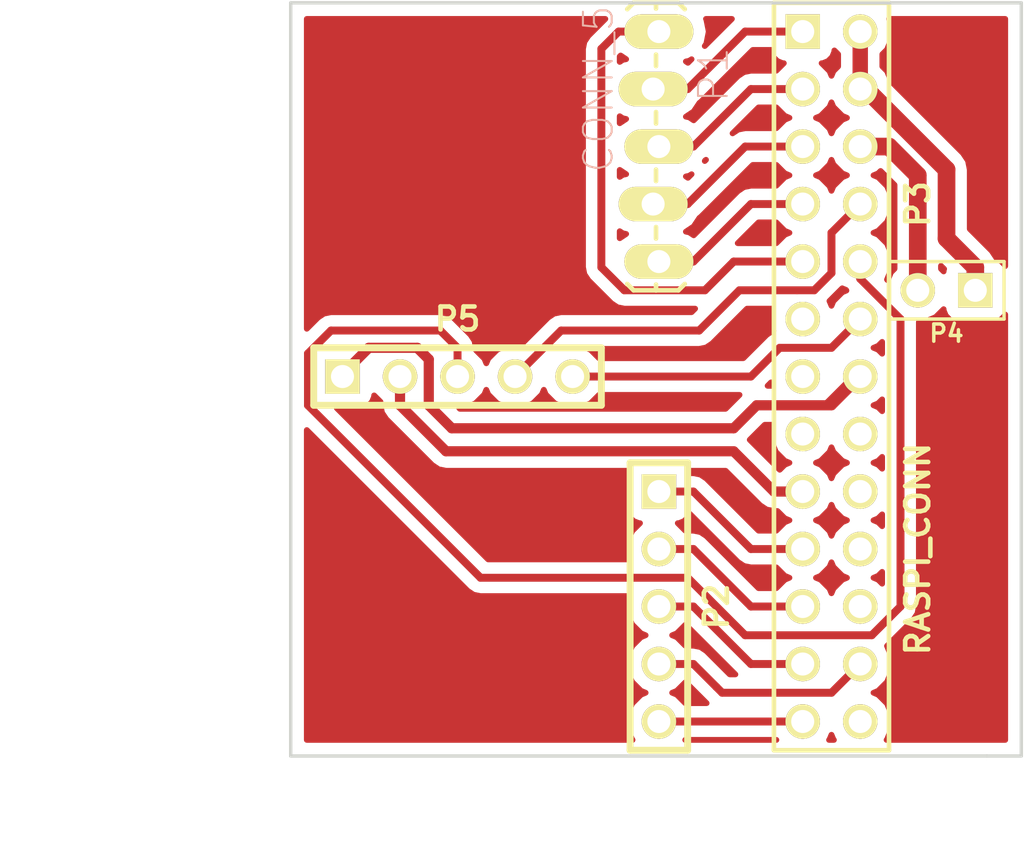
<source format=kicad_pcb>
(kicad_pcb (version 3) (host pcbnew "(2013-mar-13)-testing")

  (general
    (links 18)
    (no_connects 0)
    (area 0 0 0 0)
    (thickness 1.6)
    (drawings 8)
    (tracks 91)
    (zones 0)
    (modules 5)
    (nets 26)
  )

  (page A4)
  (layers
    (15 F.Cu signal)
    (0 B.Cu signal)
    (16 B.Adhes user)
    (17 F.Adhes user)
    (18 B.Paste user)
    (19 F.Paste user)
    (20 B.SilkS user)
    (21 F.SilkS user)
    (22 B.Mask user)
    (23 F.Mask user)
    (24 Dwgs.User user)
    (25 Cmts.User user)
    (26 Eco1.User user)
    (27 Eco2.User user)
    (28 Edge.Cuts user)
  )

  (setup
    (last_trace_width 0.45)
    (user_trace_width 0.35)
    (user_trace_width 0.45)
    (user_trace_width 0.68)
    (user_trace_width 0.78)
    (trace_clearance 0.254)
    (zone_clearance 0.508)
    (zone_45_only yes)
    (trace_min 0.254)
    (segment_width 0.2)
    (edge_width 0.15)
    (via_size 0.889)
    (via_drill 0.635)
    (via_min_size 0.889)
    (via_min_drill 0.508)
    (uvia_size 0.508)
    (uvia_drill 0.127)
    (uvias_allowed no)
    (uvia_min_size 0.508)
    (uvia_min_drill 0.127)
    (pcb_text_width 0.3)
    (pcb_text_size 1 1)
    (mod_edge_width 0.15)
    (mod_text_size 1 1)
    (mod_text_width 0.15)
    (pad_size 1 1)
    (pad_drill 0.6)
    (pad_to_mask_clearance 0)
    (aux_axis_origin 166.624 120.904)
    (visible_elements FFFFFF7F)
    (pcbplotparams
      (layerselection 3178497)
      (usegerberextensions true)
      (excludeedgelayer true)
      (linewidth 0.150000)
      (plotframeref false)
      (viasonmask false)
      (mode 1)
      (useauxorigin false)
      (hpglpennumber 1)
      (hpglpenspeed 20)
      (hpglpendiameter 15)
      (hpglpenoverlay 2)
      (psnegative false)
      (psa4output false)
      (plotreference true)
      (plotvalue true)
      (plotothertext true)
      (plotinvisibletext false)
      (padsonsilk false)
      (subtractmaskfromsilk false)
      (outputformat 1)
      (mirror false)
      (drillshape 1)
      (scaleselection 1)
      (outputdirectory ""))
  )

  (net 0 "")
  (net 1 N-000001)
  (net 2 N-0000010)
  (net 3 N-0000011)
  (net 4 N-0000012)
  (net 5 N-0000013)
  (net 6 N-0000014)
  (net 7 N-0000015)
  (net 8 N-0000016)
  (net 9 N-0000017)
  (net 10 N-0000018)
  (net 11 N-0000019)
  (net 12 N-000002)
  (net 13 N-0000020)
  (net 14 N-0000021)
  (net 15 N-0000022)
  (net 16 N-0000023)
  (net 17 N-0000024)
  (net 18 N-0000025)
  (net 19 N-000003)
  (net 20 N-000004)
  (net 21 N-000005)
  (net 22 N-000006)
  (net 23 N-000007)
  (net 24 N-000008)
  (net 25 N-000009)

  (net_class Default "This is the default net class."
    (clearance 0.254)
    (trace_width 0.254)
    (via_dia 0.889)
    (via_drill 0.635)
    (uvia_dia 0.508)
    (uvia_drill 0.127)
    (add_net "")
    (add_net N-000001)
    (add_net N-0000010)
    (add_net N-0000011)
    (add_net N-0000012)
    (add_net N-0000013)
    (add_net N-0000014)
    (add_net N-0000015)
    (add_net N-0000016)
    (add_net N-0000017)
    (add_net N-0000018)
    (add_net N-0000019)
    (add_net N-000002)
    (add_net N-0000020)
    (add_net N-0000021)
    (add_net N-0000022)
    (add_net N-0000023)
    (add_net N-0000024)
    (add_net N-0000025)
    (add_net N-000003)
    (add_net N-000004)
    (add_net N-000005)
    (add_net N-000006)
    (add_net N-000007)
    (add_net N-000008)
    (add_net N-000009)
  )

  (module SparkFun-1X05_LOCK_LONGPADS (layer F.Cu) (tedit 200000) (tstamp 5293C920)
    (at 182.88 88.9 270)
    (descr "THIS FOOTPRINT WAS DESIGNED TO HELP HOLD THE ALIGNMENT OF A THROUGH-HOLE COMPONENT (I.E.  6-PIN HEADER) WHILE SOLDERING IT INTO PLACE.")
    (tags "THIS FOOTPRINT WAS DESIGNED TO HELP HOLD THE ALIGNMENT OF A THROUGH-HOLE COMPONENT (I.E.  6-PIN HEADER) WHILE SOLDERING IT INTO PLACE.")
    (path /5293C3D9)
    (attr virtual)
    (fp_text reference P1 (at 1.905 -2.413 270) (layer B.SilkS)
      (effects (font (size 1.27 1.27) (thickness 0.0889)))
    )
    (fp_text value CONN_5 (at 2.54 2.667 270) (layer B.SilkS)
      (effects (font (size 1.27 1.27) (thickness 0.0889)))
    )
    (fp_line (start -0.2921 0.4191) (end 0.2921 0.4191) (layer F.SilkS) (width 0.06604))
    (fp_line (start 0.2921 0.4191) (end 0.2921 -0.1651) (layer F.SilkS) (width 0.06604))
    (fp_line (start -0.2921 -0.1651) (end 0.2921 -0.1651) (layer F.SilkS) (width 0.06604))
    (fp_line (start -0.2921 0.4191) (end -0.2921 -0.1651) (layer F.SilkS) (width 0.06604))
    (fp_line (start 2.2479 0.4191) (end 2.8321 0.4191) (layer F.SilkS) (width 0.06604))
    (fp_line (start 2.8321 0.4191) (end 2.8321 -0.1651) (layer F.SilkS) (width 0.06604))
    (fp_line (start 2.2479 -0.1651) (end 2.8321 -0.1651) (layer F.SilkS) (width 0.06604))
    (fp_line (start 2.2479 0.4191) (end 2.2479 -0.1651) (layer F.SilkS) (width 0.06604))
    (fp_line (start 4.7879 0.4191) (end 5.3721 0.4191) (layer F.SilkS) (width 0.06604))
    (fp_line (start 5.3721 0.4191) (end 5.3721 -0.1651) (layer F.SilkS) (width 0.06604))
    (fp_line (start 4.7879 -0.1651) (end 5.3721 -0.1651) (layer F.SilkS) (width 0.06604))
    (fp_line (start 4.7879 0.4191) (end 4.7879 -0.1651) (layer F.SilkS) (width 0.06604))
    (fp_line (start 7.3279 0.4191) (end 7.9121 0.4191) (layer F.SilkS) (width 0.06604))
    (fp_line (start 7.9121 0.4191) (end 7.9121 -0.1651) (layer F.SilkS) (width 0.06604))
    (fp_line (start 7.3279 -0.1651) (end 7.9121 -0.1651) (layer F.SilkS) (width 0.06604))
    (fp_line (start 7.3279 0.4191) (end 7.3279 -0.1651) (layer F.SilkS) (width 0.06604))
    (fp_line (start 9.8679 0.4191) (end 10.4521 0.4191) (layer F.SilkS) (width 0.06604))
    (fp_line (start 10.4521 0.4191) (end 10.4521 -0.1651) (layer F.SilkS) (width 0.06604))
    (fp_line (start 9.8679 -0.1651) (end 10.4521 -0.1651) (layer F.SilkS) (width 0.06604))
    (fp_line (start 9.8679 0.4191) (end 9.8679 -0.1651) (layer F.SilkS) (width 0.06604))
    (fp_line (start 1.524 0.127) (end 1.016 0.127) (layer F.SilkS) (width 0.2032))
    (fp_line (start 4.064 0.127) (end 3.556 0.127) (layer F.SilkS) (width 0.2032))
    (fp_line (start 6.604 0.127) (end 6.096 0.127) (layer F.SilkS) (width 0.2032))
    (fp_line (start 9.144 0.127) (end 8.636 0.127) (layer F.SilkS) (width 0.2032))
    (fp_line (start -1.27 0.127) (end -1.016 0.127) (layer F.SilkS) (width 0.2032))
    (fp_line (start -1.27 0.127) (end -1.27 -0.8636) (layer F.SilkS) (width 0.2032))
    (fp_line (start -1.27 -0.8636) (end -0.9906 -1.143) (layer F.SilkS) (width 0.2032))
    (fp_line (start -1.27 0.127) (end -1.27 1.1176) (layer F.SilkS) (width 0.2032))
    (fp_line (start -1.27 1.1176) (end -0.9906 1.397) (layer F.SilkS) (width 0.2032))
    (fp_line (start 11.43 0.127) (end 11.176 0.127) (layer F.SilkS) (width 0.2032))
    (fp_line (start 11.43 0.127) (end 11.43 1.1176) (layer F.SilkS) (width 0.2032))
    (fp_line (start 11.43 1.1176) (end 11.1506 1.397) (layer F.SilkS) (width 0.2032))
    (fp_line (start 11.43 0.127) (end 11.43 -0.8636) (layer F.SilkS) (width 0.2032))
    (fp_line (start 11.43 -0.8636) (end 11.1506 -1.143) (layer F.SilkS) (width 0.2032))
    (pad 1 thru_hole oval (at 0 0 270) (size 1.524 3.048) (drill 1.016)
      (layers *.Cu F.Paste F.SilkS F.Mask)
      (net 20 N-000004)
    )
    (pad 2 thru_hole oval (at 2.54 0.254 270) (size 1.524 3.048) (drill 1.016)
      (layers *.Cu F.Paste F.SilkS F.Mask)
      (net 24 N-000008)
    )
    (pad 3 thru_hole oval (at 5.08 0 270) (size 1.524 3.048) (drill 1.016)
      (layers *.Cu F.Paste F.SilkS F.Mask)
      (net 23 N-000007)
    )
    (pad 4 thru_hole oval (at 7.62 0.254 270) (size 1.524 3.048) (drill 1.016)
      (layers *.Cu F.Paste F.SilkS F.Mask)
      (net 22 N-000006)
    )
    (pad 5 thru_hole oval (at 10.16 0 270) (size 1.524 3.048) (drill 1.016)
      (layers *.Cu F.Paste F.SilkS F.Mask)
      (net 21 N-000005)
    )
  )

  (module PIN_ARRAY_5x1 (layer F.Cu) (tedit 45976D86) (tstamp 5293C92D)
    (at 182.88 114.3 270)
    (descr "Double rangee de contacts 2 x 5 pins")
    (tags CONN)
    (path /5293C671)
    (fp_text reference P2 (at 0 -2.54 270) (layer F.SilkS)
      (effects (font (size 1.016 1.016) (thickness 0.2032)))
    )
    (fp_text value CONN_5 (at 0 2.54 270) (layer F.SilkS) hide
      (effects (font (size 1.016 1.016) (thickness 0.2032)))
    )
    (fp_line (start -6.35 -1.27) (end -6.35 1.27) (layer F.SilkS) (width 0.3048))
    (fp_line (start 6.35 1.27) (end 6.35 -1.27) (layer F.SilkS) (width 0.3048))
    (fp_line (start -6.35 -1.27) (end 6.35 -1.27) (layer F.SilkS) (width 0.3048))
    (fp_line (start 6.35 1.27) (end -6.35 1.27) (layer F.SilkS) (width 0.3048))
    (pad 1 thru_hole rect (at -5.08 0 270) (size 1.524 1.524) (drill 1.016)
      (layers *.Cu *.Mask F.SilkS)
      (net 9 N-0000017)
    )
    (pad 2 thru_hole circle (at -2.54 0 270) (size 1.524 1.524) (drill 1.016)
      (layers *.Cu *.Mask F.SilkS)
      (net 8 N-0000016)
    )
    (pad 3 thru_hole circle (at 0 0 270) (size 1.524 1.524) (drill 1.016)
      (layers *.Cu *.Mask F.SilkS)
      (net 7 N-0000015)
    )
    (pad 4 thru_hole circle (at 2.54 0 270) (size 1.524 1.524) (drill 1.016)
      (layers *.Cu *.Mask F.SilkS)
      (net 6 N-0000014)
    )
    (pad 5 thru_hole circle (at 5.08 0 270) (size 1.524 1.524) (drill 1.016)
      (layers *.Cu *.Mask F.SilkS)
      (net 3 N-0000011)
    )
    (model pin_array/pins_array_5x1.wrl
      (at (xyz 0 0 0))
      (scale (xyz 1 1 1))
      (rotate (xyz 0 0 0))
    )
  )

  (module pin_array_13x2 (layer F.Cu) (tedit 5031D825) (tstamp 5293C94F)
    (at 190.5 104.14 270)
    (descr "2 x 13 pins connector")
    (tags CONN)
    (path /5293BE6B)
    (fp_text reference P3 (at -7.62 -3.81 270) (layer F.SilkS)
      (effects (font (size 1.016 1.016) (thickness 0.2032)))
    )
    (fp_text value RASPI_CONN (at 7.62 -3.81 270) (layer F.SilkS)
      (effects (font (size 1.016 1.016) (thickness 0.2032)))
    )
    (fp_line (start -16.51 2.54) (end 16.51 2.54) (layer F.SilkS) (width 0.2032))
    (fp_line (start 16.51 -2.54) (end -16.51 -2.54) (layer F.SilkS) (width 0.2032))
    (fp_line (start -16.51 -2.54) (end -16.51 2.54) (layer F.SilkS) (width 0.2032))
    (fp_line (start 16.51 2.54) (end 16.51 -2.54) (layer F.SilkS) (width 0.2032))
    (pad 1 thru_hole rect (at -15.24 1.27 270) (size 1.524 1.524) (drill 1.016)
      (layers *.Cu *.Mask F.SilkS)
      (net 24 N-000008)
    )
    (pad 2 thru_hole circle (at -15.24 -1.27 270) (size 1.524 1.524) (drill 1.016)
      (layers *.Cu *.Mask F.SilkS)
      (net 25 N-000009)
    )
    (pad 3 thru_hole circle (at -12.7 1.27 270) (size 1.524 1.524) (drill 1.016)
      (layers *.Cu *.Mask F.SilkS)
      (net 23 N-000007)
    )
    (pad 4 thru_hole circle (at -12.7 -1.27 270) (size 1.524 1.524) (drill 1.016)
      (layers *.Cu *.Mask F.SilkS)
      (net 25 N-000009)
    )
    (pad 5 thru_hole circle (at -10.16 1.27 270) (size 1.524 1.524) (drill 1.016)
      (layers *.Cu *.Mask F.SilkS)
      (net 22 N-000006)
    )
    (pad 6 thru_hole circle (at -10.16 -1.27 270) (size 1.524 1.524) (drill 1.016)
      (layers *.Cu *.Mask F.SilkS)
      (net 2 N-0000010)
    )
    (pad 7 thru_hole circle (at -7.62 1.27 270) (size 1.524 1.524) (drill 1.016)
      (layers *.Cu *.Mask F.SilkS)
      (net 21 N-000005)
    )
    (pad 8 thru_hole circle (at -7.62 -1.27 270) (size 1.524 1.524) (drill 1.016)
      (layers *.Cu *.Mask F.SilkS)
      (net 19 N-000003)
    )
    (pad 9 thru_hole circle (at -5.08 1.27 270) (size 1.524 1.524) (drill 1.016)
      (layers *.Cu *.Mask F.SilkS)
      (net 20 N-000004)
    )
    (pad 10 thru_hole circle (at -5.08 -1.27 270) (size 1.524 1.524) (drill 1.016)
      (layers *.Cu *.Mask F.SilkS)
      (net 12 N-000002)
    )
    (pad 11 thru_hole circle (at -2.54 1.27 270) (size 1.524 1.524) (drill 1.016)
      (layers *.Cu *.Mask F.SilkS)
      (net 13 N-0000020)
    )
    (pad 12 thru_hole circle (at -2.54 -1.27 270) (size 1.524 1.524) (drill 1.016)
      (layers *.Cu *.Mask F.SilkS)
      (net 1 N-000001)
    )
    (pad 13 thru_hole circle (at 0 1.27 270) (size 1.524 1.524) (drill 1.016)
      (layers *.Cu *.Mask F.SilkS)
      (net 10 N-0000018)
    )
    (pad 14 thru_hole circle (at 0 -1.27 270) (size 1.524 1.524) (drill 1.016)
      (layers *.Cu *.Mask F.SilkS)
      (net 5 N-0000013)
    )
    (pad 15 thru_hole circle (at 2.54 1.27 270) (size 1.524 1.524) (drill 1.016)
      (layers *.Cu *.Mask F.SilkS)
      (net 15 N-0000022)
    )
    (pad 16 thru_hole circle (at 2.54 -1.27 270) (size 1.524 1.524) (drill 1.016)
      (layers *.Cu *.Mask F.SilkS)
      (net 18 N-0000025)
    )
    (pad 17 thru_hole circle (at 5.08 1.27 270) (size 1.524 1.524) (drill 1.016)
      (layers *.Cu *.Mask F.SilkS)
      (net 4 N-0000012)
    )
    (pad 18 thru_hole circle (at 5.08 -1.27 270) (size 1.524 1.524) (drill 1.016)
      (layers *.Cu *.Mask F.SilkS)
      (net 16 N-0000023)
    )
    (pad 19 thru_hole circle (at 7.62 1.27 270) (size 1.524 1.524) (drill 1.016)
      (layers *.Cu *.Mask F.SilkS)
      (net 9 N-0000017)
    )
    (pad 20 thru_hole circle (at 7.62 -1.27 270) (size 1.524 1.524) (drill 1.016)
      (layers *.Cu *.Mask F.SilkS)
      (net 14 N-0000021)
    )
    (pad 21 thru_hole circle (at 10.16 1.27 270) (size 1.524 1.524) (drill 1.016)
      (layers *.Cu *.Mask F.SilkS)
      (net 8 N-0000016)
    )
    (pad 22 thru_hole circle (at 10.16 -1.27 270) (size 1.524 1.524) (drill 1.016)
      (layers *.Cu *.Mask F.SilkS)
      (net 11 N-0000019)
    )
    (pad 23 thru_hole circle (at 12.7 1.27 270) (size 1.524 1.524) (drill 1.016)
      (layers *.Cu *.Mask F.SilkS)
      (net 7 N-0000015)
    )
    (pad 24 thru_hole circle (at 12.7 -1.27 270) (size 1.524 1.524) (drill 1.016)
      (layers *.Cu *.Mask F.SilkS)
      (net 6 N-0000014)
    )
    (pad 25 thru_hole circle (at 15.24 1.27 270) (size 1.524 1.524) (drill 1.016)
      (layers *.Cu *.Mask F.SilkS)
      (net 3 N-0000011)
    )
    (pad 26 thru_hole circle (at 15.24 -1.27 270) (size 1.524 1.524) (drill 1.016)
      (layers *.Cu *.Mask F.SilkS)
      (net 17 N-0000024)
    )
    (model pin_array/pins_array_13x2.wrl
      (at (xyz 0 0 0))
      (scale (xyz 1 1 1))
      (rotate (xyz 0 0 0))
    )
  )

  (module PIN_ARRAY_2X1 (layer F.Cu) (tedit 4565C520) (tstamp 5293C959)
    (at 195.58 100.33 180)
    (descr "Connecteurs 2 pins")
    (tags "CONN DEV")
    (path /5293B202)
    (fp_text reference P4 (at 0 -1.905 180) (layer F.SilkS)
      (effects (font (size 0.762 0.762) (thickness 0.1524)))
    )
    (fp_text value CONN_2 (at 0 -1.905 180) (layer F.SilkS) hide
      (effects (font (size 0.762 0.762) (thickness 0.1524)))
    )
    (fp_line (start -2.54 1.27) (end -2.54 -1.27) (layer F.SilkS) (width 0.1524))
    (fp_line (start -2.54 -1.27) (end 2.54 -1.27) (layer F.SilkS) (width 0.1524))
    (fp_line (start 2.54 -1.27) (end 2.54 1.27) (layer F.SilkS) (width 0.1524))
    (fp_line (start 2.54 1.27) (end -2.54 1.27) (layer F.SilkS) (width 0.1524))
    (pad 1 thru_hole rect (at -1.27 0 180) (size 1.524 1.524) (drill 1.016)
      (layers *.Cu *.Mask F.SilkS)
      (net 25 N-000009)
    )
    (pad 2 thru_hole circle (at 1.27 0 180) (size 1.524 1.524) (drill 1.016)
      (layers *.Cu *.Mask F.SilkS)
      (net 2 N-0000010)
    )
    (model pin_array/pins_array_2x1.wrl
      (at (xyz 0 0 0))
      (scale (xyz 1 1 1))
      (rotate (xyz 0 0 0))
    )
  )

  (module PIN_ARRAY_5x1 (layer F.Cu) (tedit 45976D86) (tstamp 5293C966)
    (at 173.99 104.14)
    (descr "Double rangee de contacts 2 x 5 pins")
    (tags CONN)
    (path /5293C5B2)
    (fp_text reference P5 (at 0 -2.54) (layer F.SilkS)
      (effects (font (size 1.016 1.016) (thickness 0.2032)))
    )
    (fp_text value CONN_5 (at 0 2.54) (layer F.SilkS) hide
      (effects (font (size 1.016 1.016) (thickness 0.2032)))
    )
    (fp_line (start -6.35 -1.27) (end -6.35 1.27) (layer F.SilkS) (width 0.3048))
    (fp_line (start 6.35 1.27) (end 6.35 -1.27) (layer F.SilkS) (width 0.3048))
    (fp_line (start -6.35 -1.27) (end 6.35 -1.27) (layer F.SilkS) (width 0.3048))
    (fp_line (start 6.35 1.27) (end -6.35 1.27) (layer F.SilkS) (width 0.3048))
    (pad 1 thru_hole rect (at -5.08 0) (size 1.524 1.524) (drill 1.016)
      (layers *.Cu *.Mask F.SilkS)
      (net 5 N-0000013)
    )
    (pad 2 thru_hole circle (at -2.54 0) (size 1.524 1.524) (drill 1.016)
      (layers *.Cu *.Mask F.SilkS)
      (net 4 N-0000012)
    )
    (pad 3 thru_hole circle (at 0 0) (size 1.524 1.524) (drill 1.016)
      (layers *.Cu *.Mask F.SilkS)
      (net 12 N-000002)
    )
    (pad 4 thru_hole circle (at 2.54 0) (size 1.524 1.524) (drill 1.016)
      (layers *.Cu *.Mask F.SilkS)
      (net 19 N-000003)
    )
    (pad 5 thru_hole circle (at 5.08 0) (size 1.524 1.524) (drill 1.016)
      (layers *.Cu *.Mask F.SilkS)
      (net 1 N-000001)
    )
    (model pin_array/pins_array_5x1.wrl
      (at (xyz 0 0 0))
      (scale (xyz 1 1 1))
      (rotate (xyz 0 0 0))
    )
  )

  (dimension 33.274 (width 0.25) (layer Dwgs.User)
    (gr_text "33,274 mm" (at 158.004 104.267 90) (layer Dwgs.User)
      (effects (font (size 1 1) (thickness 0.25)))
    )
    (feature1 (pts (xy 166.624 87.63) (xy 157.004 87.63)))
    (feature2 (pts (xy 166.624 120.904) (xy 157.004 120.904)))
    (crossbar (pts (xy 159.004 120.904) (xy 159.004 87.63)))
    (arrow1a (pts (xy 159.004 87.63) (xy 159.590421 88.756504)))
    (arrow1b (pts (xy 159.004 87.63) (xy 158.417579 88.756504)))
    (arrow2a (pts (xy 159.004 120.904) (xy 159.590421 119.777496)))
    (arrow2b (pts (xy 159.004 120.904) (xy 158.417579 119.777496)))
  )
  (dimension 32.258 (width 0.25) (layer Dwgs.User)
    (gr_text "32,258 mm" (at 182.753 125.46) (layer Dwgs.User)
      (effects (font (size 1 1) (thickness 0.25)))
    )
    (feature1 (pts (xy 166.624 120.904) (xy 166.624 126.46)))
    (feature2 (pts (xy 198.882 120.904) (xy 198.882 126.46)))
    (crossbar (pts (xy 198.882 124.46) (xy 166.624 124.46)))
    (arrow1a (pts (xy 166.624 124.46) (xy 167.750504 123.873579)))
    (arrow1b (pts (xy 166.624 124.46) (xy 167.750504 125.046421)))
    (arrow2a (pts (xy 198.882 124.46) (xy 197.755496 123.873579)))
    (arrow2b (pts (xy 198.882 124.46) (xy 197.755496 125.046421)))
  )
  (gr_line (start 198.882 87.63) (end 192.786 87.63) (angle 90) (layer Edge.Cuts) (width 0.15))
  (gr_line (start 198.882 120.904) (end 198.882 87.63) (angle 90) (layer Edge.Cuts) (width 0.15))
  (gr_line (start 197.358 120.904) (end 198.882 120.904) (angle 90) (layer Edge.Cuts) (width 0.15))
  (gr_line (start 166.624 120.904) (end 197.358 120.904) (angle 90) (layer Edge.Cuts) (width 0.15))
  (gr_line (start 166.624 87.63) (end 166.624 120.904) (angle 90) (layer Edge.Cuts) (width 0.15))
  (gr_line (start 192.786 87.63) (end 166.624 87.63) (angle 90) (layer Edge.Cuts) (width 0.15))

  (segment (start 179.07 104.14) (end 186.944 104.14) (width 0.35) (layer F.Cu) (net 1) (status 400000))
  (segment (start 190.5 102.87) (end 191.77 101.6) (width 0.35) (layer F.Cu) (net 1) (tstamp 5293CB26) (status 800000))
  (segment (start 188.214 102.87) (end 190.5 102.87) (width 0.35) (layer F.Cu) (net 1) (tstamp 5293CB21))
  (segment (start 186.944 104.14) (end 188.214 102.87) (width 0.35) (layer F.Cu) (net 1) (tstamp 5293CB10))
  (segment (start 191.77 93.98) (end 193.04 93.98) (width 0.78) (layer F.Cu) (net 2) (status 400000))
  (segment (start 194.31 95.25) (end 194.31 100.33) (width 0.78) (layer F.Cu) (net 2) (tstamp 5293CA86) (status 800000))
  (segment (start 193.04 93.98) (end 194.31 95.25) (width 0.78) (layer F.Cu) (net 2) (tstamp 5293CA85))
  (segment (start 189.23 119.38) (end 182.88 119.38) (width 0.35) (layer F.Cu) (net 3) (status C00000))
  (segment (start 171.45 104.14) (end 171.45 105.41) (width 0.45) (layer F.Cu) (net 4) (status 400000))
  (segment (start 187.96 109.22) (end 189.23 109.22) (width 0.45) (layer F.Cu) (net 4) (tstamp 5293CC20) (status 800000))
  (segment (start 186.182 107.442) (end 187.96 109.22) (width 0.45) (layer F.Cu) (net 4) (tstamp 5293CC1E))
  (segment (start 173.482 107.442) (end 186.182 107.442) (width 0.45) (layer F.Cu) (net 4) (tstamp 5293CC1A))
  (segment (start 171.45 105.41) (end 173.482 107.442) (width 0.45) (layer F.Cu) (net 4) (tstamp 5293CC18))
  (segment (start 168.91 104.14) (end 168.91 104.032002) (width 0.45) (layer F.Cu) (net 5) (status C00000))
  (segment (start 170.072002 102.87) (end 172.212 102.87) (width 0.45) (layer F.Cu) (net 5) (tstamp 5293CC33))
  (segment (start 168.91 104.032002) (end 170.072002 102.87) (width 0.45) (layer F.Cu) (net 5) (tstamp 5293CC31) (status 400000))
  (segment (start 172.212 102.87) (end 172.72 103.378) (width 0.45) (layer F.Cu) (net 5) (tstamp 5293CC36))
  (segment (start 172.72 103.378) (end 172.72 105.41) (width 0.45) (layer F.Cu) (net 5) (tstamp 5293CC37))
  (segment (start 172.72 105.41) (end 173.736 106.426) (width 0.45) (layer F.Cu) (net 5) (tstamp 5293CC3A))
  (segment (start 173.736 106.426) (end 186.182 106.426) (width 0.45) (layer F.Cu) (net 5) (tstamp 5293CC3C))
  (segment (start 186.182 106.426) (end 187.198 105.41) (width 0.45) (layer F.Cu) (net 5) (tstamp 5293CC3E))
  (segment (start 187.198 105.41) (end 190.5 105.41) (width 0.45) (layer F.Cu) (net 5) (tstamp 5293CC40))
  (segment (start 190.5 105.41) (end 191.77 104.14) (width 0.45) (layer F.Cu) (net 5) (tstamp 5293CC42) (status 800000))
  (segment (start 186.182 106.426) (end 173.736 106.426) (width 0.35) (layer F.Cu) (net 5))
  (segment (start 173.736 106.426) (end 172.72 105.41) (width 0.35) (layer F.Cu) (net 5) (tstamp 5293CC05))
  (segment (start 191.77 104.14) (end 191.516 104.14) (width 0.35) (layer F.Cu) (net 5) (status C00000))
  (segment (start 172.72 105.41) (end 172.72 103.378) (width 0.35) (layer F.Cu) (net 5) (tstamp 5293CAEF))
  (segment (start 172.72 103.378) (end 172.212 102.87) (width 0.35) (layer F.Cu) (net 5) (tstamp 5293CAF0))
  (segment (start 187.198 105.41) (end 186.182 106.426) (width 0.35) (layer F.Cu) (net 5) (tstamp 5293CAE7))
  (segment (start 190.246 105.41) (end 187.198 105.41) (width 0.35) (layer F.Cu) (net 5) (tstamp 5293CAE0))
  (segment (start 191.516 104.14) (end 190.246 105.41) (width 0.35) (layer F.Cu) (net 5) (tstamp 5293CADF) (status 400000))
  (segment (start 185.42 117.856) (end 185.674 118.11) (width 0.35) (layer F.Cu) (net 6))
  (segment (start 184.404 116.84) (end 185.42 117.856) (width 0.35) (layer F.Cu) (net 6) (tstamp 5293CAAA))
  (segment (start 182.88 116.84) (end 184.404 116.84) (width 0.35) (layer F.Cu) (net 6) (status 400000))
  (segment (start 190.5 118.11) (end 191.77 116.84) (width 0.35) (layer F.Cu) (net 6) (tstamp 5293CAAF) (status 800000))
  (segment (start 185.674 118.11) (end 190.5 118.11) (width 0.35) (layer F.Cu) (net 6) (tstamp 5293CAAE))
  (segment (start 182.88 114.3) (end 184.404 114.3) (width 0.35) (layer F.Cu) (net 7) (status 400000))
  (segment (start 186.944 116.84) (end 189.23 116.84) (width 0.35) (layer F.Cu) (net 7) (tstamp 5293CAA1) (status 800000))
  (segment (start 184.404 114.3) (end 186.944 116.84) (width 0.35) (layer F.Cu) (net 7) (tstamp 5293CA9F))
  (segment (start 189.23 114.3) (end 186.944 114.3) (width 0.35) (layer F.Cu) (net 8) (status 400000))
  (segment (start 184.404 111.76) (end 182.88 111.76) (width 0.35) (layer F.Cu) (net 8) (tstamp 5293CAA6) (status 800000))
  (segment (start 186.944 114.3) (end 184.404 111.76) (width 0.35) (layer F.Cu) (net 8) (tstamp 5293CAA5))
  (segment (start 182.88 109.22) (end 184.404 109.22) (width 0.35) (layer F.Cu) (net 9) (status 400000))
  (segment (start 186.944 111.76) (end 189.23 111.76) (width 0.35) (layer F.Cu) (net 9) (tstamp 5293CA95) (status 800000))
  (segment (start 184.404 109.22) (end 186.944 111.76) (width 0.35) (layer F.Cu) (net 9) (tstamp 5293CA93))
  (segment (start 191.77 99.06) (end 191.77 99.822) (width 0.35) (layer F.Cu) (net 12) (status C00000))
  (segment (start 173.99 102.87) (end 173.99 104.14) (width 0.35) (layer F.Cu) (net 12) (tstamp 5293CB48) (status 800000))
  (segment (start 173.228 102.108) (end 173.99 102.87) (width 0.35) (layer F.Cu) (net 12) (tstamp 5293CB47))
  (segment (start 168.402 102.108) (end 173.228 102.108) (width 0.35) (layer F.Cu) (net 12) (tstamp 5293CB45))
  (segment (start 167.386 103.124) (end 168.402 102.108) (width 0.35) (layer F.Cu) (net 12) (tstamp 5293CB44))
  (segment (start 167.386 105.41) (end 167.386 103.124) (width 0.35) (layer F.Cu) (net 12) (tstamp 5293CB40))
  (segment (start 175.006 113.03) (end 167.386 105.41) (width 0.35) (layer F.Cu) (net 12) (tstamp 5293CB3D))
  (segment (start 184.15 113.03) (end 175.006 113.03) (width 0.35) (layer F.Cu) (net 12) (tstamp 5293CB3B))
  (segment (start 186.69 115.57) (end 184.15 113.03) (width 0.35) (layer F.Cu) (net 12) (tstamp 5293CB37))
  (segment (start 192.278 115.57) (end 186.69 115.57) (width 0.35) (layer F.Cu) (net 12) (tstamp 5293CB36))
  (segment (start 193.548 114.3) (end 192.278 115.57) (width 0.35) (layer F.Cu) (net 12) (tstamp 5293CB35))
  (segment (start 193.548 101.6) (end 193.548 114.3) (width 0.35) (layer F.Cu) (net 12) (tstamp 5293CB2C))
  (segment (start 191.77 99.822) (end 193.548 101.6) (width 0.35) (layer F.Cu) (net 12) (tstamp 5293CB29) (status 400000))
  (segment (start 188.976 100.33) (end 186.436 100.33) (width 0.35) (layer F.Cu) (net 19))
  (segment (start 190.5 97.79) (end 190.5 99.568) (width 0.35) (layer F.Cu) (net 19) (tstamp 5293CAF7))
  (segment (start 190.5 99.568) (end 189.738 100.33) (width 0.35) (layer F.Cu) (net 19) (tstamp 5293CAFA))
  (segment (start 189.738 100.33) (end 188.976 100.33) (width 0.35) (layer F.Cu) (net 19) (tstamp 5293CAFC))
  (segment (start 191.77 96.52) (end 190.5 97.79) (width 0.35) (layer F.Cu) (net 19) (status 400000))
  (segment (start 178.562 102.108) (end 176.53 104.14) (width 0.35) (layer F.Cu) (net 19) (tstamp 5293CB0C) (status 800000))
  (segment (start 184.658 102.108) (end 178.562 102.108) (width 0.35) (layer F.Cu) (net 19) (tstamp 5293CB09))
  (segment (start 186.436 100.33) (end 184.658 102.108) (width 0.35) (layer F.Cu) (net 19) (tstamp 5293CB06))
  (segment (start 189.23 99.06) (end 186.182 99.06) (width 0.35) (layer F.Cu) (net 20) (status 400000))
  (segment (start 186.182 99.06) (end 184.912 100.33) (width 0.35) (layer F.Cu) (net 20) (tstamp 5293CB00))
  (segment (start 181.102 88.9) (end 182.88 88.9) (width 0.35) (layer F.Cu) (net 20) (tstamp 5293CAD3) (status 800000))
  (segment (start 180.34 89.662) (end 181.102 88.9) (width 0.35) (layer F.Cu) (net 20) (tstamp 5293CAD2))
  (segment (start 180.34 99.314) (end 180.34 89.662) (width 0.35) (layer F.Cu) (net 20) (tstamp 5293CAD1))
  (segment (start 181.356 100.33) (end 180.34 99.314) (width 0.35) (layer F.Cu) (net 20) (tstamp 5293CAD0))
  (segment (start 184.912 100.33) (end 181.356 100.33) (width 0.35) (layer F.Cu) (net 20) (tstamp 5293CB03))
  (segment (start 189.23 96.52) (end 186.944 96.52) (width 0.35) (layer F.Cu) (net 21) (status 400000))
  (segment (start 184.404 99.06) (end 182.88 99.06) (width 0.35) (layer F.Cu) (net 21) (tstamp 5293CAC9) (status C00000))
  (segment (start 186.944 96.52) (end 184.404 99.06) (width 0.35) (layer F.Cu) (net 21) (tstamp 5293CAC7) (status 800000))
  (segment (start 182.626 96.52) (end 184.15 96.52) (width 0.35) (layer F.Cu) (net 22) (status C00000))
  (segment (start 186.69 93.98) (end 189.23 93.98) (width 0.35) (layer F.Cu) (net 22) (tstamp 5293CAC3) (status 800000))
  (segment (start 184.15 96.52) (end 186.69 93.98) (width 0.35) (layer F.Cu) (net 22) (tstamp 5293CAC2) (status 400000))
  (segment (start 182.88 93.98) (end 184.404 93.98) (width 0.35) (layer F.Cu) (net 23) (status C00000))
  (segment (start 186.944 91.44) (end 189.23 91.44) (width 0.35) (layer F.Cu) (net 23) (tstamp 5293CABD) (status 800000))
  (segment (start 184.404 93.98) (end 186.944 91.44) (width 0.35) (layer F.Cu) (net 23) (tstamp 5293CABB) (status 400000))
  (segment (start 182.626 91.44) (end 184.15 91.44) (width 0.35) (layer F.Cu) (net 24) (status C00000))
  (segment (start 186.69 88.9) (end 189.23 88.9) (width 0.35) (layer F.Cu) (net 24) (tstamp 5293CAB7) (status 800000))
  (segment (start 184.15 91.44) (end 186.69 88.9) (width 0.35) (layer F.Cu) (net 24) (tstamp 5293CAB5) (status 400000))
  (segment (start 196.85 100.33) (end 196.85 99.314) (width 0.78) (layer F.Cu) (net 25) (status 400000))
  (segment (start 192.024 91.44) (end 191.77 91.44) (width 0.78) (layer F.Cu) (net 25) (tstamp 5293CA8F) (status C00000))
  (segment (start 195.58 94.996) (end 192.024 91.44) (width 0.78) (layer F.Cu) (net 25) (tstamp 5293CA8E) (status 800000))
  (segment (start 195.58 98.044) (end 195.58 94.996) (width 0.78) (layer F.Cu) (net 25) (tstamp 5293CA8D))
  (segment (start 196.85 99.314) (end 195.58 98.044) (width 0.78) (layer F.Cu) (net 25) (tstamp 5293CA8C))
  (segment (start 191.77 88.9) (end 191.77 91.44) (width 0.68) (layer F.Cu) (net 25) (status C00000))

  (zone (net 0) (net_name "") (layer F.Cu) (tstamp 5293CB98) (hatch edge 0.508)
    (connect_pads (clearance 0.508))
    (min_thickness 0.254)
    (fill (arc_segments 16) (thermal_gap 0.508) (thermal_bridge_width 0.508))
    (polygon
      (pts
        (xy 198.882 120.904) (xy 166.624 120.904) (xy 166.624 87.63) (xy 198.882 87.63)
      )
    )
    (filled_polygon
      (pts
        (xy 181.435172 90.119885) (xy 181.287094 90.14934) (xy 181.15 90.240943) (xy 181.15 89.997512) (xy 181.190867 89.956645)
        (xy 181.435172 90.119885)
      )
    )
    (filled_polygon
      (pts
        (xy 181.435172 92.760114) (xy 181.15 92.950661) (xy 181.15 92.639056) (xy 181.287094 92.73066) (xy 181.435172 92.760114)
      )
    )
    (filled_polygon
      (pts
        (xy 181.435172 95.199885) (xy 181.287094 95.22934) (xy 181.15 95.320943) (xy 181.15 95.009338) (xy 181.435172 95.199885)
      )
    )
    (filled_polygon
      (pts
        (xy 181.435172 97.840114) (xy 181.15 98.030661) (xy 181.15 97.719056) (xy 181.287094 97.81066) (xy 181.435172 97.840114)
      )
    )
    (filled_polygon
      (pts
        (xy 182.047613 110.617) (xy 181.696371 110.96763) (xy 181.483243 111.4809) (xy 181.482758 112.036661) (xy 181.558511 112.22)
        (xy 175.341512 112.22) (xy 168.658512 105.537) (xy 169.798309 105.537) (xy 170.031698 105.440327) (xy 170.210327 105.261699)
        (xy 170.307 105.02831) (xy 170.307 104.972386) (xy 170.59 105.25588) (xy 170.59 105.41) (xy 170.655464 105.739108)
        (xy 170.841888 106.018112) (xy 172.873888 108.050112) (xy 173.152892 108.236536) (xy 173.152893 108.236536) (xy 173.482 108.302)
        (xy 181.495298 108.302) (xy 181.483 108.33169) (xy 181.483 108.584309) (xy 181.483 110.108309) (xy 181.579673 110.341698)
        (xy 181.758301 110.520327) (xy 181.99169 110.617) (xy 182.047613 110.617)
      )
    )
    (filled_polygon
      (pts
        (xy 182.295512 118.109949) (xy 182.089697 118.19499) (xy 181.696371 118.58763) (xy 181.483243 119.1009) (xy 181.482758 119.656661)
        (xy 181.69499 120.170303) (xy 181.718645 120.194) (xy 167.334 120.194) (xy 167.334 106.503512) (xy 174.433243 113.602756)
        (xy 174.433244 113.602756) (xy 174.564635 113.690549) (xy 174.696026 113.778342) (xy 174.696027 113.778342) (xy 175.006 113.84)
        (xy 181.558359 113.84) (xy 181.483243 114.0209) (xy 181.482758 114.576661) (xy 181.69499 115.090303) (xy 182.08763 115.483629)
        (xy 182.295512 115.569949) (xy 182.089697 115.65499) (xy 181.696371 116.04763) (xy 181.483243 116.5609) (xy 181.482758 117.116661)
        (xy 181.69499 117.630303) (xy 182.08763 118.023629) (xy 182.295512 118.109949)
      )
    )
    (filled_polygon
      (pts
        (xy 184.324149 90.120338) (xy 184.162871 90.281616) (xy 184.070827 90.220114) (xy 184.218906 90.19066) (xy 184.324149 90.120338)
      )
    )
    (filled_polygon
      (pts
        (xy 184.324149 95.200338) (xy 184.162871 95.361616) (xy 184.070827 95.300114) (xy 184.218906 95.27066) (xy 184.324149 95.200338)
      )
    )
    (filled_polygon
      (pts
        (xy 184.480487 101.14) (xy 184.322487 101.298) (xy 178.562 101.298) (xy 178.252026 101.359658) (xy 178.14677 101.429987)
        (xy 177.989244 101.535243) (xy 176.781268 102.743218) (xy 176.253339 102.742758) (xy 175.739697 102.95499) (xy 175.346371 103.34763)
        (xy 175.26005 103.555512) (xy 175.17501 103.349697) (xy 174.8 102.974031) (xy 174.8 102.87) (xy 174.765766 102.697896)
        (xy 174.738343 102.560027) (xy 174.738342 102.560026) (xy 174.562757 102.297244) (xy 173.800756 101.535244) (xy 173.537974 101.359658)
        (xy 173.228 101.298) (xy 168.402 101.298) (xy 168.092026 101.359658) (xy 167.98677 101.429987) (xy 167.829244 101.535243)
        (xy 167.334 102.030487) (xy 167.334 88.34) (xy 180.516487 88.34) (xy 179.767244 89.089244) (xy 179.591658 89.352026)
        (xy 179.53 89.662) (xy 179.53 99.314) (xy 179.591658 99.623974) (xy 179.767244 99.886756) (xy 180.783244 100.902757)
        (xy 180.94077 101.008012) (xy 181.046026 101.078342) (xy 181.046027 101.078342) (xy 181.356 101.14) (xy 184.480487 101.14)
      )
    )
    (filled_polygon
      (pts
        (xy 184.961613 94.562873) (xy 184.904636 94.619851) (xy 184.927458 94.585695) (xy 184.961613 94.562873)
      )
    )
    (filled_polygon
      (pts
        (xy 184.988487 118.57) (xy 184.045347 118.57) (xy 183.67237 118.196371) (xy 183.464487 118.11005) (xy 183.670303 118.02501)
        (xy 184.045968 117.65) (xy 184.068487 117.65) (xy 184.847244 118.428757) (xy 184.847247 118.428759) (xy 184.988487 118.57)
      )
    )
    (filled_polygon
      (pts
        (xy 186.104487 88.34) (xy 184.904636 89.539851) (xy 184.974957 89.434609) (xy 185.081297 88.9) (xy 184.974957 88.365391)
        (xy 184.957991 88.34) (xy 186.104487 88.34)
      )
    )
    (filled_polygon
      (pts
        (xy 186.258487 117.3) (xy 186.009512 117.3) (xy 185.992759 117.283247) (xy 185.992757 117.283244) (xy 184.976756 116.267244)
        (xy 184.713974 116.091658) (xy 184.404 116.03) (xy 184.045347 116.03) (xy 183.67237 115.656371) (xy 183.464487 115.57005)
        (xy 183.670303 115.48501) (xy 184.045968 115.11) (xy 184.068487 115.11) (xy 186.258487 117.3)
      )
    )
    (filled_polygon
      (pts
        (xy 186.441776 104.95) (xy 185.825776 105.566) (xy 174.092224 105.566) (xy 174.063288 105.537064) (xy 174.266661 105.537242)
        (xy 174.780303 105.32501) (xy 175.173629 104.93237) (xy 175.259949 104.724487) (xy 175.34499 104.930303) (xy 175.73763 105.323629)
        (xy 176.2509 105.536757) (xy 176.806661 105.537242) (xy 177.320303 105.32501) (xy 177.713629 104.93237) (xy 177.799949 104.724487)
        (xy 177.88499 104.930303) (xy 178.27763 105.323629) (xy 178.7909 105.536757) (xy 179.346661 105.537242) (xy 179.860303 105.32501)
        (xy 180.235968 104.95) (xy 186.441776 104.95)
      )
    )
    (filled_polygon
      (pts
        (xy 187.887852 104.55) (xy 187.679512 104.55) (xy 187.832775 104.396736) (xy 187.832758 104.416661) (xy 187.887852 104.55)
      )
    )
    (filled_polygon
      (pts
        (xy 187.931712 102.11615) (xy 187.904026 102.121658) (xy 187.772635 102.209451) (xy 187.641243 102.297244) (xy 186.608487 103.33)
        (xy 180.235347 103.33) (xy 179.86237 102.956371) (xy 179.769962 102.918) (xy 184.658 102.918) (xy 184.658 102.917999)
        (xy 184.967973 102.856342) (xy 184.967974 102.856342) (xy 185.230756 102.680756) (xy 186.771512 101.14) (xy 187.908359 101.14)
        (xy 187.833243 101.3209) (xy 187.832758 101.876661) (xy 187.931712 102.11615)
      )
    )
    (filled_polygon
      (pts
        (xy 188.068645 120.194) (xy 184.041961 120.194) (xy 184.045968 120.19) (xy 188.064652 120.19) (xy 188.068645 120.194)
      )
    )
    (filled_polygon
      (pts
        (xy 188.397613 90.297) (xy 188.064031 90.63) (xy 186.944 90.63) (xy 186.634026 90.691658) (xy 186.502635 90.779451)
        (xy 186.371243 90.867244) (xy 184.416871 92.821616) (xy 184.218906 92.68934) (xy 184.070827 92.659885) (xy 184.418125 92.427828)
        (xy 184.673458 92.045695) (xy 184.722756 92.012756) (xy 187.025512 89.71) (xy 187.833 89.71) (xy 187.833 89.788309)
        (xy 187.929673 90.021698) (xy 188.108301 90.200327) (xy 188.34169 90.297) (xy 188.397613 90.297)
      )
    )
    (filled_polygon
      (pts
        (xy 188.645512 92.709949) (xy 188.439697 92.79499) (xy 188.064031 93.17) (xy 186.69 93.17) (xy 186.380026 93.231658)
        (xy 186.248635 93.319451) (xy 186.132387 93.397124) (xy 187.279512 92.25) (xy 188.064652 92.25) (xy 188.43763 92.623629)
        (xy 188.645512 92.709949)
      )
    )
    (filled_polygon
      (pts
        (xy 188.645512 95.249949) (xy 188.439697 95.33499) (xy 188.064031 95.71) (xy 186.944 95.71) (xy 186.634026 95.771658)
        (xy 186.502635 95.859451) (xy 186.371243 95.947244) (xy 184.416871 97.901616) (xy 184.218906 97.76934) (xy 184.070827 97.739885)
        (xy 184.418125 97.507828) (xy 184.673458 97.125695) (xy 184.722756 97.092756) (xy 187.025512 94.79) (xy 188.064652 94.79)
        (xy 188.43763 95.163629) (xy 188.645512 95.249949)
      )
    )
    (filled_polygon
      (pts
        (xy 188.645512 97.789949) (xy 188.439697 97.87499) (xy 188.064031 98.25) (xy 186.359512 98.25) (xy 187.279512 97.33)
        (xy 188.064652 97.33) (xy 188.43763 97.703629) (xy 188.645512 97.789949)
      )
    )
    (filled_polygon
      (pts
        (xy 188.645512 107.949949) (xy 188.439697 108.03499) (xy 188.215259 108.259035) (xy 186.890224 106.934) (xy 187.554224 106.27)
        (xy 187.887597 106.27) (xy 187.833243 106.4009) (xy 187.832758 106.956661) (xy 188.04499 107.470303) (xy 188.43763 107.863629)
        (xy 188.645512 107.949949)
      )
    )
    (filled_polygon
      (pts
        (xy 188.645512 110.489949) (xy 188.439697 110.57499) (xy 188.064031 110.95) (xy 187.279512 110.95) (xy 184.976756 108.647244)
        (xy 184.713974 108.471658) (xy 184.404 108.41) (xy 184.277 108.41) (xy 184.277 108.331691) (xy 184.264701 108.302)
        (xy 185.825776 108.302) (xy 187.351888 109.828112) (xy 187.630892 110.014536) (xy 187.630893 110.014536) (xy 187.96 110.08)
        (xy 188.114565 110.08) (xy 188.43763 110.403629) (xy 188.645512 110.489949)
      )
    )
    (filled_polygon
      (pts
        (xy 188.645512 113.029949) (xy 188.439697 113.11499) (xy 188.064031 113.49) (xy 187.279512 113.49) (xy 184.976756 111.187244)
        (xy 184.713974 111.011658) (xy 184.404 110.95) (xy 184.045347 110.95) (xy 183.712928 110.617) (xy 183.768309 110.617)
        (xy 184.001698 110.520327) (xy 184.180327 110.341699) (xy 184.238864 110.200376) (xy 186.371243 112.332756) (xy 186.371244 112.332756)
        (xy 186.502635 112.420549) (xy 186.634026 112.508342) (xy 186.634027 112.508342) (xy 186.944 112.57) (xy 188.064652 112.57)
        (xy 188.43763 112.943629) (xy 188.645512 113.029949)
      )
    )
    (filled_polygon
      (pts
        (xy 190.608645 120.194) (xy 190.391961 120.194) (xy 190.413629 120.17237) (xy 190.499949 119.964487) (xy 190.58499 120.170303)
        (xy 190.608645 120.194)
      )
    )
    (filled_polygon
      (pts
        (xy 190.795 90.439364) (xy 190.586371 90.64763) (xy 190.50005 90.855512) (xy 190.41501 90.649697) (xy 190.062928 90.297)
        (xy 190.118309 90.297) (xy 190.351698 90.200327) (xy 190.530327 90.021699) (xy 190.627 89.78831) (xy 190.627 89.732386)
        (xy 190.795 89.900679) (xy 190.795 90.439364)
      )
    )
    (filled_polygon
      (pts
        (xy 191.160771 100.340171) (xy 190.979697 100.41499) (xy 190.586371 100.80763) (xy 190.50005 101.015512) (xy 190.41501 100.809697)
        (xy 190.409417 100.804094) (xy 190.97376 100.239752) (xy 190.97763 100.243629) (xy 191.141818 100.311805) (xy 191.160771 100.340171)
      )
    )
    (filled_polygon
      (pts
        (xy 191.185512 92.709949) (xy 190.979697 92.79499) (xy 190.586371 93.18763) (xy 190.50005 93.395512) (xy 190.41501 93.189697)
        (xy 190.02237 92.796371) (xy 189.814487 92.71005) (xy 190.020303 92.62501) (xy 190.413629 92.23237) (xy 190.499949 92.024487)
        (xy 190.58499 92.230303) (xy 190.97763 92.623629) (xy 191.185512 92.709949)
      )
    )
    (filled_polygon
      (pts
        (xy 191.185512 95.249949) (xy 190.979697 95.33499) (xy 190.586371 95.72763) (xy 190.50005 95.935512) (xy 190.41501 95.729697)
        (xy 190.02237 95.336371) (xy 189.814487 95.25005) (xy 190.020303 95.16501) (xy 190.413629 94.77237) (xy 190.499949 94.564487)
        (xy 190.58499 94.770303) (xy 190.97763 95.163629) (xy 191.185512 95.249949)
      )
    )
    (filled_polygon
      (pts
        (xy 191.185512 107.949949) (xy 190.979697 108.03499) (xy 190.586371 108.42763) (xy 190.50005 108.635512) (xy 190.41501 108.429697)
        (xy 190.02237 108.036371) (xy 189.814487 107.95005) (xy 190.020303 107.86501) (xy 190.413629 107.47237) (xy 190.499949 107.264487)
        (xy 190.58499 107.470303) (xy 190.97763 107.863629) (xy 191.185512 107.949949)
      )
    )
    (filled_polygon
      (pts
        (xy 191.185512 110.489949) (xy 190.979697 110.57499) (xy 190.586371 110.96763) (xy 190.50005 111.175512) (xy 190.41501 110.969697)
        (xy 190.02237 110.576371) (xy 189.814487 110.49005) (xy 190.020303 110.40501) (xy 190.413629 110.01237) (xy 190.499949 109.804487)
        (xy 190.58499 110.010303) (xy 190.97763 110.403629) (xy 191.185512 110.489949)
      )
    )
    (filled_polygon
      (pts
        (xy 191.185512 113.029949) (xy 190.979697 113.11499) (xy 190.586371 113.50763) (xy 190.50005 113.715512) (xy 190.41501 113.509697)
        (xy 190.02237 113.116371) (xy 189.814487 113.03005) (xy 190.020303 112.94501) (xy 190.413629 112.55237) (xy 190.499949 112.344487)
        (xy 190.58499 112.550303) (xy 190.97763 112.943629) (xy 191.185512 113.029949)
      )
    )
    (filled_polygon
      (pts
        (xy 192.738 103.132307) (xy 192.56237 102.956371) (xy 192.354487 102.87005) (xy 192.560303 102.78501) (xy 192.738 102.607622)
        (xy 192.738 103.132307)
      )
    )
    (filled_polygon
      (pts
        (xy 192.738 105.672307) (xy 192.56237 105.496371) (xy 192.354487 105.41005) (xy 192.560303 105.32501) (xy 192.738 105.147622)
        (xy 192.738 105.672307)
      )
    )
    (filled_polygon
      (pts
        (xy 192.738 108.212307) (xy 192.56237 108.036371) (xy 192.354487 107.95005) (xy 192.560303 107.86501) (xy 192.738 107.687622)
        (xy 192.738 108.212307)
      )
    )
    (filled_polygon
      (pts
        (xy 192.738 110.752307) (xy 192.56237 110.576371) (xy 192.354487 110.49005) (xy 192.560303 110.40501) (xy 192.738 110.227622)
        (xy 192.738 110.752307)
      )
    )
    (filled_polygon
      (pts
        (xy 192.738 113.292307) (xy 192.56237 113.116371) (xy 192.354487 113.03005) (xy 192.560303 112.94501) (xy 192.738 112.767622)
        (xy 192.738 113.292307)
      )
    )
    (filled_polygon
      (pts
        (xy 193.285 99.379277) (xy 193.126371 99.53763) (xy 192.981068 99.887556) (xy 192.949752 99.856239) (xy 192.953629 99.85237)
        (xy 193.166757 99.3391) (xy 193.167242 98.783339) (xy 192.95501 98.269697) (xy 192.56237 97.876371) (xy 192.354487 97.79005)
        (xy 192.560303 97.70501) (xy 192.953629 97.31237) (xy 193.166757 96.7991) (xy 193.167242 96.243339) (xy 192.95501 95.729697)
        (xy 192.56237 95.336371) (xy 192.354487 95.25005) (xy 192.560303 95.16501) (xy 192.667966 95.057534) (xy 193.285 95.674568)
        (xy 193.285 99.379277)
      )
    )
    (filled_polygon
      (pts
        (xy 195.475002 99.388571) (xy 195.453 99.44169) (xy 195.453 99.497613) (xy 195.335 99.379407) (xy 195.335 99.248568)
        (xy 195.475002 99.388571)
      )
    )
    (filled_polygon
      (pts
        (xy 198.172 99.260625) (xy 198.150327 99.208302) (xy 197.971699 99.029673) (xy 197.804683 98.960492) (xy 197.796977 98.921749)
        (xy 197.574784 98.589216) (xy 197.574784 98.589215) (xy 196.605 97.619431) (xy 196.605 94.996) (xy 196.526977 94.603749)
        (xy 196.304784 94.271216) (xy 196.304784 94.271215) (xy 193.146353 91.112785) (xy 192.95501 90.649697) (xy 192.745 90.43932)
        (xy 192.745 89.900635) (xy 192.953629 89.69237) (xy 193.166757 89.1791) (xy 193.167242 88.623339) (xy 193.050169 88.34)
        (xy 198.172 88.34) (xy 198.172 99.260625)
      )
    )
    (filled_polygon
      (pts
        (xy 198.172 120.194) (xy 197.358 120.194) (xy 192.931961 120.194) (xy 192.953629 120.17237) (xy 193.166757 119.6591)
        (xy 193.167242 119.103339) (xy 192.95501 118.589697) (xy 192.56237 118.196371) (xy 192.354487 118.11005) (xy 192.560303 118.02501)
        (xy 192.953629 117.63237) (xy 193.166757 117.1191) (xy 193.167242 116.563339) (xy 192.95501 116.049697) (xy 192.949417 116.044094)
        (xy 194.120756 114.872757) (xy 194.120756 114.872756) (xy 194.208549 114.741365) (xy 194.296342 114.609974) (xy 194.296342 114.609973)
        (xy 194.357999 114.3) (xy 194.358 114.3) (xy 194.358 101.727042) (xy 194.586661 101.727242) (xy 195.100303 101.51501)
        (xy 195.453 101.162928) (xy 195.453 101.218309) (xy 195.549673 101.451698) (xy 195.728301 101.630327) (xy 195.96169 101.727)
        (xy 196.214309 101.727) (xy 197.738309 101.727) (xy 197.971698 101.630327) (xy 198.150327 101.451699) (xy 198.172 101.399375)
        (xy 198.172 120.194)
      )
    )
  )
)

</source>
